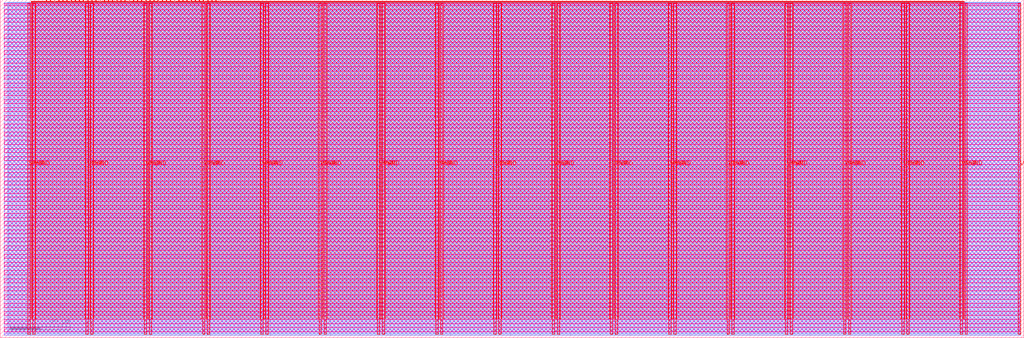
<source format=lef>
VERSION 5.7 ;
  NOWIREEXTENSIONATPIN ON ;
  DIVIDERCHAR "/" ;
  BUSBITCHARS "[]" ;
MACRO tt_um_neural_navigators
  CLASS BLOCK ;
  FOREIGN tt_um_neural_navigators ;
  ORIGIN 0.000 0.000 ;
  SIZE 682.640 BY 225.760 ;
  PIN VGND
    DIRECTION INOUT ;
    USE GROUND ;
    PORT
      LAYER met4 ;
        RECT 21.580 2.480 23.180 223.280 ;
    END
    PORT
      LAYER met4 ;
        RECT 60.450 2.480 62.050 223.280 ;
    END
    PORT
      LAYER met4 ;
        RECT 99.320 2.480 100.920 223.280 ;
    END
    PORT
      LAYER met4 ;
        RECT 138.190 2.480 139.790 223.280 ;
    END
    PORT
      LAYER met4 ;
        RECT 177.060 2.480 178.660 223.280 ;
    END
    PORT
      LAYER met4 ;
        RECT 215.930 2.480 217.530 223.280 ;
    END
    PORT
      LAYER met4 ;
        RECT 254.800 2.480 256.400 223.280 ;
    END
    PORT
      LAYER met4 ;
        RECT 293.670 2.480 295.270 223.280 ;
    END
    PORT
      LAYER met4 ;
        RECT 332.540 2.480 334.140 223.280 ;
    END
    PORT
      LAYER met4 ;
        RECT 371.410 2.480 373.010 223.280 ;
    END
    PORT
      LAYER met4 ;
        RECT 410.280 2.480 411.880 223.280 ;
    END
    PORT
      LAYER met4 ;
        RECT 449.150 2.480 450.750 223.280 ;
    END
    PORT
      LAYER met4 ;
        RECT 488.020 2.480 489.620 223.280 ;
    END
    PORT
      LAYER met4 ;
        RECT 526.890 2.480 528.490 223.280 ;
    END
    PORT
      LAYER met4 ;
        RECT 565.760 2.480 567.360 223.280 ;
    END
    PORT
      LAYER met4 ;
        RECT 604.630 2.480 606.230 223.280 ;
    END
    PORT
      LAYER met4 ;
        RECT 643.500 2.480 645.100 223.280 ;
    END
  END VGND
  PIN VPWR
    DIRECTION INOUT ;
    USE POWER ;
    PORT
      LAYER met4 ;
        RECT 18.280 2.480 19.880 223.280 ;
    END
    PORT
      LAYER met4 ;
        RECT 57.150 2.480 58.750 223.280 ;
    END
    PORT
      LAYER met4 ;
        RECT 96.020 2.480 97.620 223.280 ;
    END
    PORT
      LAYER met4 ;
        RECT 134.890 2.480 136.490 223.280 ;
    END
    PORT
      LAYER met4 ;
        RECT 173.760 2.480 175.360 223.280 ;
    END
    PORT
      LAYER met4 ;
        RECT 212.630 2.480 214.230 223.280 ;
    END
    PORT
      LAYER met4 ;
        RECT 251.500 2.480 253.100 223.280 ;
    END
    PORT
      LAYER met4 ;
        RECT 290.370 2.480 291.970 223.280 ;
    END
    PORT
      LAYER met4 ;
        RECT 329.240 2.480 330.840 223.280 ;
    END
    PORT
      LAYER met4 ;
        RECT 368.110 2.480 369.710 223.280 ;
    END
    PORT
      LAYER met4 ;
        RECT 406.980 2.480 408.580 223.280 ;
    END
    PORT
      LAYER met4 ;
        RECT 445.850 2.480 447.450 223.280 ;
    END
    PORT
      LAYER met4 ;
        RECT 484.720 2.480 486.320 223.280 ;
    END
    PORT
      LAYER met4 ;
        RECT 523.590 2.480 525.190 223.280 ;
    END
    PORT
      LAYER met4 ;
        RECT 562.460 2.480 564.060 223.280 ;
    END
    PORT
      LAYER met4 ;
        RECT 601.330 2.480 602.930 223.280 ;
    END
    PORT
      LAYER met4 ;
        RECT 640.200 2.480 641.800 223.280 ;
    END
    PORT
      LAYER met4 ;
        RECT 679.070 2.480 680.670 223.280 ;
    END
  END VPWR
  PIN clk
    DIRECTION INPUT ;
    USE SIGNAL ;
    ANTENNAGATEAREA 0.852000 ;
    ANTENNADIFFAREA 0.434700 ;
    PORT
      LAYER met4 ;
        RECT 143.830 224.760 144.130 225.760 ;
    END
  END clk
  PIN ena
    DIRECTION INPUT ;
    USE SIGNAL ;
    PORT
      LAYER met4 ;
        RECT 146.590 224.760 146.890 225.760 ;
    END
  END ena
  PIN rst_n
    DIRECTION INPUT ;
    USE SIGNAL ;
    ANTENNAGATEAREA 0.196500 ;
    PORT
      LAYER met4 ;
        RECT 141.070 224.760 141.370 225.760 ;
    END
  END rst_n
  PIN ui_in[0]
    DIRECTION INPUT ;
    USE SIGNAL ;
    ANTENNAGATEAREA 0.196500 ;
    PORT
      LAYER met4 ;
        RECT 138.310 224.760 138.610 225.760 ;
    END
  END ui_in[0]
  PIN ui_in[1]
    DIRECTION INPUT ;
    USE SIGNAL ;
    ANTENNAGATEAREA 0.196500 ;
    PORT
      LAYER met4 ;
        RECT 135.550 224.760 135.850 225.760 ;
    END
  END ui_in[1]
  PIN ui_in[2]
    DIRECTION INPUT ;
    USE SIGNAL ;
    ANTENNAGATEAREA 0.196500 ;
    PORT
      LAYER met4 ;
        RECT 132.790 224.760 133.090 225.760 ;
    END
  END ui_in[2]
  PIN ui_in[3]
    DIRECTION INPUT ;
    USE SIGNAL ;
    ANTENNAGATEAREA 0.196500 ;
    PORT
      LAYER met4 ;
        RECT 130.030 224.760 130.330 225.760 ;
    END
  END ui_in[3]
  PIN ui_in[4]
    DIRECTION INPUT ;
    USE SIGNAL ;
    ANTENNAGATEAREA 0.196500 ;
    PORT
      LAYER met4 ;
        RECT 127.270 224.760 127.570 225.760 ;
    END
  END ui_in[4]
  PIN ui_in[5]
    DIRECTION INPUT ;
    USE SIGNAL ;
    ANTENNAGATEAREA 0.196500 ;
    PORT
      LAYER met4 ;
        RECT 124.510 224.760 124.810 225.760 ;
    END
  END ui_in[5]
  PIN ui_in[6]
    DIRECTION INPUT ;
    USE SIGNAL ;
    ANTENNAGATEAREA 0.196500 ;
    PORT
      LAYER met4 ;
        RECT 121.750 224.760 122.050 225.760 ;
    END
  END ui_in[6]
  PIN ui_in[7]
    DIRECTION INPUT ;
    USE SIGNAL ;
    ANTENNAGATEAREA 0.159000 ;
    PORT
      LAYER met4 ;
        RECT 118.990 224.760 119.290 225.760 ;
    END
  END ui_in[7]
  PIN uio_in[0]
    DIRECTION INPUT ;
    USE SIGNAL ;
    ANTENNAGATEAREA 0.196500 ;
    PORT
      LAYER met4 ;
        RECT 116.230 224.760 116.530 225.760 ;
    END
  END uio_in[0]
  PIN uio_in[1]
    DIRECTION INPUT ;
    USE SIGNAL ;
    ANTENNAGATEAREA 0.213000 ;
    PORT
      LAYER met4 ;
        RECT 113.470 224.760 113.770 225.760 ;
    END
  END uio_in[1]
  PIN uio_in[2]
    DIRECTION INPUT ;
    USE SIGNAL ;
    ANTENNAGATEAREA 0.159000 ;
    PORT
      LAYER met4 ;
        RECT 110.710 224.760 111.010 225.760 ;
    END
  END uio_in[2]
  PIN uio_in[3]
    DIRECTION INPUT ;
    USE SIGNAL ;
    ANTENNAGATEAREA 0.213000 ;
    PORT
      LAYER met4 ;
        RECT 107.950 224.760 108.250 225.760 ;
    END
  END uio_in[3]
  PIN uio_in[4]
    DIRECTION INPUT ;
    USE SIGNAL ;
    ANTENNAGATEAREA 0.196500 ;
    PORT
      LAYER met4 ;
        RECT 105.190 224.760 105.490 225.760 ;
    END
  END uio_in[4]
  PIN uio_in[5]
    DIRECTION INPUT ;
    USE SIGNAL ;
    ANTENNAGATEAREA 0.213000 ;
    PORT
      LAYER met4 ;
        RECT 102.430 224.760 102.730 225.760 ;
    END
  END uio_in[5]
  PIN uio_in[6]
    DIRECTION INPUT ;
    USE SIGNAL ;
    ANTENNAGATEAREA 0.196500 ;
    PORT
      LAYER met4 ;
        RECT 99.670 224.760 99.970 225.760 ;
    END
  END uio_in[6]
  PIN uio_in[7]
    DIRECTION INPUT ;
    USE SIGNAL ;
    ANTENNAGATEAREA 0.159000 ;
    PORT
      LAYER met4 ;
        RECT 96.910 224.760 97.210 225.760 ;
    END
  END uio_in[7]
  PIN uio_oe[0]
    DIRECTION OUTPUT ;
    USE SIGNAL ;
    ANTENNADIFFAREA 0.445500 ;
    PORT
      LAYER met4 ;
        RECT 49.990 224.760 50.290 225.760 ;
    END
  END uio_oe[0]
  PIN uio_oe[1]
    DIRECTION OUTPUT ;
    USE SIGNAL ;
    ANTENNADIFFAREA 0.445500 ;
    PORT
      LAYER met4 ;
        RECT 47.230 224.760 47.530 225.760 ;
    END
  END uio_oe[1]
  PIN uio_oe[2]
    DIRECTION OUTPUT ;
    USE SIGNAL ;
    ANTENNADIFFAREA 0.445500 ;
    PORT
      LAYER met4 ;
        RECT 44.470 224.760 44.770 225.760 ;
    END
  END uio_oe[2]
  PIN uio_oe[3]
    DIRECTION OUTPUT ;
    USE SIGNAL ;
    ANTENNADIFFAREA 0.445500 ;
    PORT
      LAYER met4 ;
        RECT 41.710 224.760 42.010 225.760 ;
    END
  END uio_oe[3]
  PIN uio_oe[4]
    DIRECTION OUTPUT ;
    USE SIGNAL ;
    ANTENNADIFFAREA 0.445500 ;
    PORT
      LAYER met4 ;
        RECT 38.950 224.760 39.250 225.760 ;
    END
  END uio_oe[4]
  PIN uio_oe[5]
    DIRECTION OUTPUT ;
    USE SIGNAL ;
    ANTENNADIFFAREA 0.445500 ;
    PORT
      LAYER met4 ;
        RECT 36.190 224.760 36.490 225.760 ;
    END
  END uio_oe[5]
  PIN uio_oe[6]
    DIRECTION OUTPUT ;
    USE SIGNAL ;
    ANTENNADIFFAREA 0.445500 ;
    PORT
      LAYER met4 ;
        RECT 33.430 224.760 33.730 225.760 ;
    END
  END uio_oe[6]
  PIN uio_oe[7]
    DIRECTION OUTPUT ;
    USE SIGNAL ;
    ANTENNADIFFAREA 0.445500 ;
    PORT
      LAYER met4 ;
        RECT 30.670 224.760 30.970 225.760 ;
    END
  END uio_oe[7]
  PIN uio_out[0]
    DIRECTION OUTPUT ;
    USE SIGNAL ;
    ANTENNADIFFAREA 0.445500 ;
    PORT
      LAYER met4 ;
        RECT 72.070 224.760 72.370 225.760 ;
    END
  END uio_out[0]
  PIN uio_out[1]
    DIRECTION OUTPUT ;
    USE SIGNAL ;
    ANTENNADIFFAREA 0.445500 ;
    PORT
      LAYER met4 ;
        RECT 69.310 224.760 69.610 225.760 ;
    END
  END uio_out[1]
  PIN uio_out[2]
    DIRECTION OUTPUT ;
    USE SIGNAL ;
    ANTENNADIFFAREA 0.445500 ;
    PORT
      LAYER met4 ;
        RECT 66.550 224.760 66.850 225.760 ;
    END
  END uio_out[2]
  PIN uio_out[3]
    DIRECTION OUTPUT ;
    USE SIGNAL ;
    ANTENNADIFFAREA 0.445500 ;
    PORT
      LAYER met4 ;
        RECT 63.790 224.760 64.090 225.760 ;
    END
  END uio_out[3]
  PIN uio_out[4]
    DIRECTION OUTPUT ;
    USE SIGNAL ;
    ANTENNADIFFAREA 0.445500 ;
    PORT
      LAYER met4 ;
        RECT 61.030 224.760 61.330 225.760 ;
    END
  END uio_out[4]
  PIN uio_out[5]
    DIRECTION OUTPUT ;
    USE SIGNAL ;
    ANTENNADIFFAREA 0.445500 ;
    PORT
      LAYER met4 ;
        RECT 58.270 224.760 58.570 225.760 ;
    END
  END uio_out[5]
  PIN uio_out[6]
    DIRECTION OUTPUT ;
    USE SIGNAL ;
    ANTENNADIFFAREA 0.445500 ;
    PORT
      LAYER met4 ;
        RECT 55.510 224.760 55.810 225.760 ;
    END
  END uio_out[6]
  PIN uio_out[7]
    DIRECTION OUTPUT ;
    USE SIGNAL ;
    ANTENNADIFFAREA 0.445500 ;
    PORT
      LAYER met4 ;
        RECT 52.750 224.760 53.050 225.760 ;
    END
  END uio_out[7]
  PIN uo_out[0]
    DIRECTION OUTPUT ;
    USE SIGNAL ;
    ANTENNAGATEAREA 0.126000 ;
    ANTENNADIFFAREA 0.891000 ;
    PORT
      LAYER met4 ;
        RECT 94.150 224.760 94.450 225.760 ;
    END
  END uo_out[0]
  PIN uo_out[1]
    DIRECTION OUTPUT ;
    USE SIGNAL ;
    ANTENNAGATEAREA 0.126000 ;
    ANTENNADIFFAREA 0.891000 ;
    PORT
      LAYER met4 ;
        RECT 91.390 224.760 91.690 225.760 ;
    END
  END uo_out[1]
  PIN uo_out[2]
    DIRECTION OUTPUT ;
    USE SIGNAL ;
    ANTENNAGATEAREA 0.126000 ;
    ANTENNADIFFAREA 0.891000 ;
    PORT
      LAYER met4 ;
        RECT 88.630 224.760 88.930 225.760 ;
    END
  END uo_out[2]
  PIN uo_out[3]
    DIRECTION OUTPUT ;
    USE SIGNAL ;
    ANTENNAGATEAREA 0.126000 ;
    ANTENNADIFFAREA 0.891000 ;
    PORT
      LAYER met4 ;
        RECT 85.870 224.760 86.170 225.760 ;
    END
  END uo_out[3]
  PIN uo_out[4]
    DIRECTION OUTPUT ;
    USE SIGNAL ;
    ANTENNAGATEAREA 0.126000 ;
    ANTENNADIFFAREA 0.891000 ;
    PORT
      LAYER met4 ;
        RECT 83.110 224.760 83.410 225.760 ;
    END
  END uo_out[4]
  PIN uo_out[5]
    DIRECTION OUTPUT ;
    USE SIGNAL ;
    ANTENNAGATEAREA 0.126000 ;
    ANTENNADIFFAREA 0.891000 ;
    PORT
      LAYER met4 ;
        RECT 80.350 224.760 80.650 225.760 ;
    END
  END uo_out[5]
  PIN uo_out[6]
    DIRECTION OUTPUT ;
    USE SIGNAL ;
    ANTENNAGATEAREA 0.126000 ;
    ANTENNADIFFAREA 0.891000 ;
    PORT
      LAYER met4 ;
        RECT 77.590 224.760 77.890 225.760 ;
    END
  END uo_out[6]
  PIN uo_out[7]
    DIRECTION OUTPUT ;
    USE SIGNAL ;
    ANTENNAGATEAREA 0.126000 ;
    ANTENNADIFFAREA 0.891000 ;
    PORT
      LAYER met4 ;
        RECT 74.830 224.760 75.130 225.760 ;
    END
  END uo_out[7]
  OBS
      LAYER nwell ;
        RECT 2.570 221.625 680.070 223.230 ;
        RECT 2.570 216.185 680.070 219.015 ;
        RECT 2.570 210.745 680.070 213.575 ;
        RECT 2.570 205.305 680.070 208.135 ;
        RECT 2.570 199.865 680.070 202.695 ;
        RECT 2.570 194.425 680.070 197.255 ;
        RECT 2.570 188.985 680.070 191.815 ;
        RECT 2.570 183.545 680.070 186.375 ;
        RECT 2.570 178.105 680.070 180.935 ;
        RECT 2.570 172.665 680.070 175.495 ;
        RECT 2.570 167.225 680.070 170.055 ;
        RECT 2.570 161.785 680.070 164.615 ;
        RECT 2.570 156.345 680.070 159.175 ;
        RECT 2.570 150.905 680.070 153.735 ;
        RECT 2.570 145.465 680.070 148.295 ;
        RECT 2.570 140.025 680.070 142.855 ;
        RECT 2.570 134.585 680.070 137.415 ;
        RECT 2.570 129.145 680.070 131.975 ;
        RECT 2.570 123.705 680.070 126.535 ;
        RECT 2.570 118.265 680.070 121.095 ;
        RECT 2.570 112.825 680.070 115.655 ;
        RECT 2.570 107.385 680.070 110.215 ;
        RECT 2.570 101.945 680.070 104.775 ;
        RECT 2.570 96.505 680.070 99.335 ;
        RECT 2.570 91.065 680.070 93.895 ;
        RECT 2.570 85.625 680.070 88.455 ;
        RECT 2.570 80.185 680.070 83.015 ;
        RECT 2.570 74.745 680.070 77.575 ;
        RECT 2.570 69.305 680.070 72.135 ;
        RECT 2.570 63.865 680.070 66.695 ;
        RECT 2.570 58.425 680.070 61.255 ;
        RECT 2.570 52.985 680.070 55.815 ;
        RECT 2.570 47.545 680.070 50.375 ;
        RECT 2.570 42.105 680.070 44.935 ;
        RECT 2.570 36.665 680.070 39.495 ;
        RECT 2.570 31.225 680.070 34.055 ;
        RECT 2.570 25.785 680.070 28.615 ;
        RECT 2.570 20.345 680.070 23.175 ;
        RECT 2.570 14.905 680.070 17.735 ;
        RECT 2.570 9.465 680.070 12.295 ;
        RECT 2.570 4.025 680.070 6.855 ;
      LAYER li1 ;
        RECT 2.760 2.635 679.880 223.125 ;
      LAYER met1 ;
        RECT 2.760 1.740 680.670 223.680 ;
      LAYER met2 ;
        RECT 5.160 1.710 680.640 224.245 ;
      LAYER met3 ;
        RECT 5.585 2.555 680.660 224.225 ;
      LAYER met4 ;
        RECT 20.535 224.360 30.270 224.760 ;
        RECT 31.370 224.360 33.030 224.760 ;
        RECT 34.130 224.360 35.790 224.760 ;
        RECT 36.890 224.360 38.550 224.760 ;
        RECT 39.650 224.360 41.310 224.760 ;
        RECT 42.410 224.360 44.070 224.760 ;
        RECT 45.170 224.360 46.830 224.760 ;
        RECT 47.930 224.360 49.590 224.760 ;
        RECT 50.690 224.360 52.350 224.760 ;
        RECT 53.450 224.360 55.110 224.760 ;
        RECT 56.210 224.360 57.870 224.760 ;
        RECT 58.970 224.360 60.630 224.760 ;
        RECT 61.730 224.360 63.390 224.760 ;
        RECT 64.490 224.360 66.150 224.760 ;
        RECT 67.250 224.360 68.910 224.760 ;
        RECT 70.010 224.360 71.670 224.760 ;
        RECT 72.770 224.360 74.430 224.760 ;
        RECT 75.530 224.360 77.190 224.760 ;
        RECT 78.290 224.360 79.950 224.760 ;
        RECT 81.050 224.360 82.710 224.760 ;
        RECT 83.810 224.360 85.470 224.760 ;
        RECT 86.570 224.360 88.230 224.760 ;
        RECT 89.330 224.360 90.990 224.760 ;
        RECT 92.090 224.360 93.750 224.760 ;
        RECT 94.850 224.360 96.510 224.760 ;
        RECT 97.610 224.360 99.270 224.760 ;
        RECT 100.370 224.360 102.030 224.760 ;
        RECT 103.130 224.360 104.790 224.760 ;
        RECT 105.890 224.360 107.550 224.760 ;
        RECT 108.650 224.360 110.310 224.760 ;
        RECT 111.410 224.360 113.070 224.760 ;
        RECT 114.170 224.360 115.830 224.760 ;
        RECT 116.930 224.360 118.590 224.760 ;
        RECT 119.690 224.360 121.350 224.760 ;
        RECT 122.450 224.360 124.110 224.760 ;
        RECT 125.210 224.360 126.870 224.760 ;
        RECT 127.970 224.360 129.630 224.760 ;
        RECT 130.730 224.360 132.390 224.760 ;
        RECT 133.490 224.360 135.150 224.760 ;
        RECT 136.250 224.360 137.910 224.760 ;
        RECT 139.010 224.360 140.670 224.760 ;
        RECT 141.770 224.360 143.430 224.760 ;
        RECT 144.530 224.360 146.190 224.760 ;
        RECT 147.290 224.360 642.785 224.760 ;
        RECT 20.535 223.680 642.785 224.360 ;
        RECT 20.535 12.415 21.180 223.680 ;
        RECT 23.580 12.415 56.750 223.680 ;
        RECT 59.150 12.415 60.050 223.680 ;
        RECT 62.450 12.415 95.620 223.680 ;
        RECT 98.020 12.415 98.920 223.680 ;
        RECT 101.320 12.415 134.490 223.680 ;
        RECT 136.890 12.415 137.790 223.680 ;
        RECT 140.190 12.415 173.360 223.680 ;
        RECT 175.760 12.415 176.660 223.680 ;
        RECT 179.060 12.415 212.230 223.680 ;
        RECT 214.630 12.415 215.530 223.680 ;
        RECT 217.930 12.415 251.100 223.680 ;
        RECT 253.500 12.415 254.400 223.680 ;
        RECT 256.800 12.415 289.970 223.680 ;
        RECT 292.370 12.415 293.270 223.680 ;
        RECT 295.670 12.415 328.840 223.680 ;
        RECT 331.240 12.415 332.140 223.680 ;
        RECT 334.540 12.415 367.710 223.680 ;
        RECT 370.110 12.415 371.010 223.680 ;
        RECT 373.410 12.415 406.580 223.680 ;
        RECT 408.980 12.415 409.880 223.680 ;
        RECT 412.280 12.415 445.450 223.680 ;
        RECT 447.850 12.415 448.750 223.680 ;
        RECT 451.150 12.415 484.320 223.680 ;
        RECT 486.720 12.415 487.620 223.680 ;
        RECT 490.020 12.415 523.190 223.680 ;
        RECT 525.590 12.415 526.490 223.680 ;
        RECT 528.890 12.415 562.060 223.680 ;
        RECT 564.460 12.415 565.360 223.680 ;
        RECT 567.760 12.415 600.930 223.680 ;
        RECT 603.330 12.415 604.230 223.680 ;
        RECT 606.630 12.415 639.800 223.680 ;
        RECT 642.200 12.415 642.785 223.680 ;
  END
END tt_um_neural_navigators
END LIBRARY


</source>
